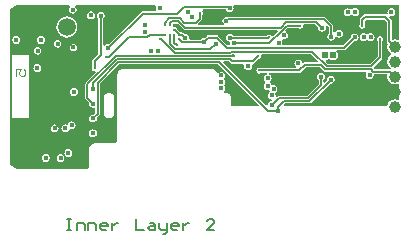
<source format=gbr>
G04 Layer_Physical_Order=5*
G04 Layer_Color=16440176*
%FSLAX45Y45*%
%MOMM*%
%TF.FileFunction,Copper,L5,Inr,Signal*%
%TF.Part,Single*%
%TFFileComment,The blind Vias under BGA and Other Pads are Via-In-Pad (VIP)*%
G01*
G75*
%TA.AperFunction,Conductor*%
%ADD34C,0.12700*%
%ADD36C,0.20000*%
%ADD37C,0.15000*%
%TA.AperFunction,NonConductor*%
%ADD38C,0.10000*%
%ADD39C,0.15000*%
%TA.AperFunction,ViaPad*%
%ADD41C,1.50000*%
%TA.AperFunction,ComponentPad*%
%ADD42C,1.00000*%
%TA.AperFunction,ViaPad*%
%ADD43C,0.61000*%
%ADD44C,0.40100*%
%ADD45C,0.50000*%
%ADD46C,0.45100*%
%ADD47C,0.25000*%
%ADD48C,0.45000*%
G36*
X983875Y-18907D02*
X990176Y-23118D01*
X997609Y-24596D01*
X1779831D01*
X1784691Y-36329D01*
X1744285Y-76735D01*
X1729346Y-73713D01*
X1727157Y-70437D01*
X1718822Y-64867D01*
X1708989Y-62911D01*
X1699157Y-64867D01*
X1690821Y-70437D01*
X1688175Y-74397D01*
X1407215D01*
X1402780Y-67759D01*
X1391947Y-60520D01*
X1379168Y-57979D01*
X1366390Y-60520D01*
X1355557Y-67759D01*
X1348318Y-78592D01*
X1345777Y-91370D01*
X1348318Y-104149D01*
X1355557Y-114981D01*
X1366390Y-122220D01*
X1379044Y-124737D01*
X1377049Y-134768D01*
X1378126Y-140183D01*
X1370411Y-150853D01*
X1358666Y-151706D01*
X1282696Y-75737D01*
X1276395Y-71526D01*
X1268962Y-70048D01*
X1195925D01*
X1195924Y-70048D01*
X1188491Y-71526D01*
X1182189Y-75737D01*
X1182189Y-75737D01*
X1165272Y-92654D01*
X1160331Y-91672D01*
X1147553Y-94213D01*
X1136720Y-101452D01*
X1131578Y-109148D01*
X1042463D01*
X1034115Y-96448D01*
X1035502Y-89471D01*
X1032961Y-76693D01*
X1025722Y-65860D01*
X1014889Y-58621D01*
X1002111Y-56079D01*
X997456Y-57005D01*
X991480Y-51030D01*
X985179Y-46820D01*
X977746Y-45341D01*
X968640D01*
X960461Y-39876D01*
X958610Y-39508D01*
X934735Y-15633D01*
X934367Y-13782D01*
X928797Y-5446D01*
X920461Y124D01*
X910629Y2079D01*
X905226Y1005D01*
X903939Y1662D01*
X895905Y9696D01*
X895248Y10983D01*
X896323Y16386D01*
X906859Y28513D01*
X936455D01*
X983875Y-18907D01*
D02*
G37*
G36*
X2125910Y-285795D02*
X2121050Y-297528D01*
X2018595D01*
X2010714Y-299096D01*
X2005266Y-302736D01*
X2000173Y-301926D01*
X1991417Y-298215D01*
X1990484Y-293525D01*
X1983246Y-282692D01*
X1972413Y-275454D01*
X1959635Y-272912D01*
X1946856Y-275454D01*
X1936023Y-282692D01*
X1928785Y-293525D01*
X1926243Y-306303D01*
X1928785Y-319082D01*
X1936023Y-329915D01*
X1943033Y-334599D01*
X1939180Y-347299D01*
X1643514D01*
X1638812Y-344156D01*
X1628979Y-342200D01*
X1619147Y-344156D01*
X1610811Y-349726D01*
X1605241Y-358062D01*
X1603286Y-367894D01*
X1605241Y-377727D01*
X1610811Y-386062D01*
X1619147Y-391632D01*
X1628979Y-393588D01*
X1638812Y-391632D01*
X1643514Y-388490D01*
X1690277D01*
X1691528Y-401190D01*
X1687531Y-401985D01*
X1676698Y-409223D01*
X1669460Y-420056D01*
X1666918Y-432835D01*
X1669460Y-445613D01*
X1676698Y-456446D01*
X1680042Y-458680D01*
Y-473955D01*
X1676580Y-476268D01*
X1669341Y-487101D01*
X1666800Y-499880D01*
X1669341Y-512658D01*
X1676580Y-523491D01*
X1687413Y-530729D01*
X1700191Y-533271D01*
X1704529Y-532408D01*
X1718356Y-538059D01*
X1718558Y-538334D01*
X1713007Y-552622D01*
X1710005Y-554628D01*
X1702767Y-565461D01*
X1700225Y-578239D01*
X1702767Y-591018D01*
X1710005Y-601850D01*
X1720838Y-609089D01*
X1729066Y-610725D01*
X1735235Y-621247D01*
X1735700Y-624008D01*
X1733836Y-626963D01*
X1732721Y-627488D01*
X1720838Y-629852D01*
X1710005Y-637090D01*
X1702767Y-647923D01*
X1700225Y-660701D01*
X1699025Y-662163D01*
X1684550Y-663766D01*
X1322654Y-301871D01*
X1327514Y-290137D01*
X1370850D01*
X1384114Y-303402D01*
X1384115Y-303402D01*
X1390416Y-307613D01*
X1397849Y-309091D01*
X1494572D01*
X1502081Y-321792D01*
X1500338Y-330556D01*
X1502879Y-343335D01*
X1510118Y-354167D01*
X1520951Y-361406D01*
X1533729Y-363948D01*
X1546508Y-361406D01*
X1557341Y-354167D01*
X1564579Y-343335D01*
X1567121Y-330556D01*
X1565377Y-321792D01*
X1572887Y-309091D01*
X1575125D01*
X1582558Y-307613D01*
X1588859Y-303402D01*
X1621798Y-270464D01*
X1629415Y-268949D01*
X1637750Y-263379D01*
X1643320Y-255044D01*
X1645276Y-245211D01*
X1644395Y-240784D01*
X1652558Y-228084D01*
X2068199D01*
X2125910Y-285795D01*
D02*
G37*
G36*
X2172407Y-371498D02*
X2179089Y-375962D01*
X2186971Y-377530D01*
X2528414D01*
X2535202Y-390230D01*
X2532997Y-393530D01*
X2530455Y-406309D01*
X2532997Y-419087D01*
X2540236Y-429920D01*
X2551069Y-437158D01*
X2563847Y-439700D01*
X2576626Y-437158D01*
X2587458Y-429920D01*
X2594697Y-419087D01*
X2597239Y-406309D01*
X2603708Y-398426D01*
X2706146D01*
X2714203Y-408243D01*
X2711636Y-421145D01*
X2716503Y-445609D01*
X2730361Y-466349D01*
X2751100Y-480207D01*
X2775565Y-485073D01*
X2800029Y-480207D01*
X2802564Y-478513D01*
X2813765Y-484500D01*
Y-611790D01*
X2802564Y-617777D01*
X2800029Y-616083D01*
X2775565Y-611217D01*
X2751100Y-616083D01*
X2730361Y-629941D01*
X2716503Y-650681D01*
X2712702Y-669789D01*
X1839717D01*
X1834857Y-658056D01*
X1846121Y-646792D01*
X2052821D01*
X2060254Y-645313D01*
X2066556Y-641103D01*
X2229450Y-478209D01*
X2234390Y-479192D01*
X2247168Y-476650D01*
X2258001Y-469411D01*
X2265240Y-458578D01*
X2267782Y-445800D01*
X2265240Y-433021D01*
X2258001Y-422189D01*
X2247168Y-414950D01*
X2234390Y-412408D01*
X2221612Y-414950D01*
X2210779Y-422189D01*
X2203540Y-433021D01*
X2200998Y-445800D01*
X2201981Y-450740D01*
X2181333Y-471388D01*
X2169600Y-466528D01*
Y-446464D01*
X2173788Y-443665D01*
X2181026Y-432833D01*
X2183568Y-420054D01*
X2181026Y-407276D01*
X2173788Y-396443D01*
X2162955Y-389204D01*
X2150177Y-386662D01*
X2137398Y-389204D01*
X2126565Y-396443D01*
X2119327Y-407276D01*
X2116785Y-420054D01*
X2119327Y-432833D01*
X2126565Y-443665D01*
X2130753Y-446464D01*
Y-486047D01*
X2034255Y-582545D01*
X1792350D01*
X1784917Y-584024D01*
X1778615Y-588234D01*
X1777808Y-589041D01*
X1766104Y-582785D01*
X1767008Y-578239D01*
X1764466Y-565461D01*
X1770083Y-551007D01*
X1773084Y-549001D01*
X1780323Y-538168D01*
X1782865Y-525389D01*
X1780323Y-512611D01*
X1773084Y-501778D01*
X1762251Y-494540D01*
X1749473Y-491998D01*
X1745135Y-492861D01*
X1731308Y-487210D01*
X1729166Y-484295D01*
X1723802Y-476268D01*
X1720459Y-474034D01*
Y-458760D01*
X1723921Y-456446D01*
X1731160Y-445613D01*
X1733701Y-432835D01*
X1731160Y-420056D01*
X1723921Y-409223D01*
X1713088Y-401985D01*
X1709092Y-401190D01*
X1710343Y-388490D01*
X1968825D01*
X1976707Y-386922D01*
X1983388Y-382457D01*
X2027126Y-338719D01*
X2139629D01*
X2172407Y-371498D01*
D02*
G37*
G36*
X2813765Y-103790D02*
X2802565Y-109777D01*
X2800029Y-108083D01*
X2775565Y-103217D01*
X2762651Y-105785D01*
X2752834Y-97728D01*
Y51586D01*
X2751072Y60443D01*
X2746055Y67952D01*
X2729149Y84858D01*
X2729192Y84961D01*
X2736636Y95332D01*
X2746519Y93366D01*
X2759297Y95908D01*
X2770130Y103146D01*
X2777368Y113979D01*
X2779910Y126757D01*
X2777368Y139536D01*
X2770130Y150369D01*
X2759297Y157607D01*
X2746519Y160149D01*
X2733740Y157607D01*
X2722907Y150369D01*
X2715669Y139536D01*
X2713127Y126757D01*
X2715410Y115280D01*
X2712611Y111909D01*
X2705151Y106860D01*
X2703656Y107859D01*
X2694799Y109621D01*
X2525059D01*
X2516202Y107859D01*
X2508693Y102842D01*
X2485103Y79252D01*
X2480086Y71744D01*
X2478324Y62886D01*
Y22556D01*
X2477731Y21668D01*
X2475776Y11836D01*
X2477731Y2003D01*
X2483301Y-6332D01*
X2491637Y-11902D01*
X2501469Y-13858D01*
X2511302Y-11902D01*
X2519637Y-6332D01*
X2525207Y2003D01*
X2527163Y11836D01*
X2525207Y21668D01*
X2524614Y22556D01*
Y53300D01*
X2534646Y63332D01*
X2685212D01*
X2706544Y41999D01*
Y-121269D01*
X2708306Y-130126D01*
X2713323Y-137635D01*
X2717250Y-141562D01*
X2716503Y-142681D01*
X2711636Y-167145D01*
X2716503Y-191609D01*
X2730361Y-212349D01*
X2747182Y-223589D01*
X2747540Y-224637D01*
Y-236653D01*
X2747182Y-237701D01*
X2730361Y-248941D01*
X2716503Y-269681D01*
X2711636Y-294145D01*
X2716503Y-318609D01*
X2730361Y-339349D01*
X2740079Y-345843D01*
X2735124Y-357806D01*
X2732250Y-357234D01*
X2608671D01*
X2597791Y-345816D01*
X2598301Y-336689D01*
X2663794Y-271197D01*
X2668004Y-264895D01*
X2669482Y-257462D01*
Y-120024D01*
X2673797Y-113567D01*
X2675753Y-103734D01*
X2673797Y-93902D01*
X2668227Y-85566D01*
X2659892Y-79996D01*
X2650059Y-78040D01*
X2640227Y-79996D01*
X2631891Y-85566D01*
X2626321Y-93902D01*
X2624366Y-103734D01*
X2626321Y-113567D01*
X2630636Y-120024D01*
Y-249417D01*
X2569835Y-310218D01*
X2539004D01*
X2539003Y-310218D01*
X2535267Y-310961D01*
X2206013D01*
X2190169Y-295117D01*
X2194349Y-281336D01*
X2202106Y-279793D01*
X2216395Y-270245D01*
X2222055D01*
X2236344Y-279793D01*
X2253200Y-283146D01*
X2270056Y-279793D01*
X2284345Y-270245D01*
X2293893Y-255956D01*
X2297246Y-239100D01*
X2293893Y-222244D01*
X2284345Y-207955D01*
X2281406Y-205991D01*
X2285259Y-193291D01*
X2347605D01*
X2355038Y-191812D01*
X2361339Y-187602D01*
X2430489Y-118452D01*
X2435429Y-119435D01*
X2448208Y-116893D01*
X2459041Y-109655D01*
X2466279Y-98822D01*
X2468821Y-86044D01*
X2466279Y-73265D01*
X2459041Y-62432D01*
X2448208Y-55194D01*
X2435429Y-52652D01*
X2422651Y-55194D01*
X2411818Y-62432D01*
X2404579Y-73265D01*
X2402038Y-86044D01*
X2403020Y-90984D01*
X2339559Y-154445D01*
X1829466D01*
X1822785Y-141744D01*
X1824879Y-131216D01*
X1822337Y-118438D01*
X1818667Y-112946D01*
X1819792Y-110636D01*
X1827064Y-102653D01*
X1836756Y-104580D01*
X1849534Y-102039D01*
X1860367Y-94800D01*
X1867605Y-83967D01*
X1870147Y-71189D01*
X1867605Y-58410D01*
X1860367Y-47578D01*
X1852525Y-42337D01*
X1848693Y-28208D01*
X1869315Y-7587D01*
X1957627D01*
X1964084Y-11902D01*
X1973917Y-13858D01*
X1983749Y-11902D01*
X1992085Y-6332D01*
X1997655Y2003D01*
X1999610Y11836D01*
X2010147Y23963D01*
X2102586D01*
X2128043Y-1494D01*
X2127060Y-6434D01*
X2129602Y-19213D01*
X2136840Y-30045D01*
X2147673Y-37284D01*
X2160452Y-39826D01*
X2173230Y-37284D01*
X2184063Y-30045D01*
X2191301Y-19213D01*
X2193843Y-6434D01*
X2191301Y6344D01*
X2201321Y14209D01*
X2217886Y-2356D01*
Y-55475D01*
X2213698Y-58273D01*
X2206459Y-69106D01*
X2203918Y-81885D01*
X2206459Y-94663D01*
X2213698Y-105496D01*
X2224531Y-112734D01*
X2237309Y-115276D01*
X2250088Y-112734D01*
X2260921Y-105496D01*
X2268159Y-94663D01*
X2269570Y-87570D01*
X2272161Y-85705D01*
X2282738Y-82257D01*
X2290571Y-87491D01*
X2303349Y-90033D01*
X2316128Y-87491D01*
X2326961Y-80252D01*
X2334199Y-69419D01*
X2336741Y-56641D01*
X2334199Y-43862D01*
X2326961Y-33030D01*
X2316128Y-25791D01*
X2303349Y-23249D01*
X2290571Y-25791D01*
X2279738Y-33030D01*
X2274295Y-41174D01*
X2263499Y-44867D01*
X2259256Y-45341D01*
X2256732Y-43298D01*
Y5689D01*
X2255254Y13122D01*
X2251044Y19423D01*
X2251043Y19424D01*
X2187946Y82520D01*
X2181645Y86731D01*
X2174212Y88209D01*
X1366559D01*
X1359126Y86731D01*
X1355980Y84628D01*
X1350166Y85785D01*
X1337388Y83243D01*
X1326555Y76004D01*
X1319317Y65172D01*
X1316775Y52393D01*
X1319317Y39615D01*
X1326555Y28782D01*
X1329296Y26950D01*
X1325443Y14250D01*
X1115923D01*
X1110662Y26950D01*
X1139362Y55651D01*
X1139363Y55651D01*
X1143574Y61953D01*
X1145052Y69386D01*
X1145052Y69387D01*
Y105096D01*
X1149367Y111553D01*
X1151323Y121386D01*
X1149367Y131218D01*
X1146013Y136237D01*
X1150226Y147247D01*
X1151639Y148937D01*
X1346035D01*
X1346422Y146991D01*
X1353660Y136158D01*
X1364493Y128920D01*
X1377272Y126378D01*
X1390050Y128920D01*
X1400883Y136158D01*
X1408121Y146991D01*
X1410663Y159770D01*
X1408417Y171065D01*
X1409272Y174206D01*
X1415901Y183765D01*
X2813765D01*
X2813765Y-103790D01*
D02*
G37*
G36*
X752184Y176167D02*
X754234Y171065D01*
X752055Y160111D01*
X754597Y147332D01*
X755583Y145856D01*
X748795Y133156D01*
X641805D01*
X641804Y133156D01*
X633922Y131589D01*
X627240Y127124D01*
X627240Y127123D01*
X356270Y-143847D01*
X350629Y-142725D01*
X336895Y-145457D01*
X325251Y-153236D01*
X320785Y-159921D01*
X308085Y-156069D01*
Y72415D01*
X310141Y73789D01*
X317380Y84622D01*
X319922Y97400D01*
X317380Y110179D01*
X310141Y121011D01*
X299309Y128250D01*
X286530Y130792D01*
X273752Y128250D01*
X262919Y121011D01*
X255680Y110179D01*
X253138Y97400D01*
X255680Y84622D01*
X261795Y75470D01*
Y-204594D01*
X262256Y-206909D01*
Y-226179D01*
X218393Y-270041D01*
X213376Y-277550D01*
X211614Y-286407D01*
Y-336794D01*
X211021Y-337682D01*
X209065Y-347514D01*
X211021Y-357347D01*
X216591Y-365682D01*
X224926Y-371252D01*
X234759Y-373208D01*
X240331Y-372099D01*
X246588Y-383804D01*
X157699Y-472693D01*
X153488Y-478994D01*
X152010Y-486427D01*
Y-599418D01*
X153488Y-606851D01*
X157699Y-613152D01*
X188220Y-643674D01*
X187237Y-648614D01*
X189779Y-661393D01*
X197018Y-672225D01*
X207850Y-679464D01*
X220629Y-682006D01*
X227606Y-680618D01*
X240306Y-688966D01*
Y-726469D01*
X225569Y-741205D01*
X220629Y-740223D01*
X207850Y-742764D01*
X197018Y-750003D01*
X189779Y-760836D01*
X187237Y-773614D01*
X189779Y-786393D01*
X197018Y-797225D01*
X207850Y-804464D01*
X220629Y-807006D01*
X233407Y-804464D01*
X244240Y-797225D01*
X251479Y-786393D01*
X254021Y-773614D01*
X253038Y-768674D01*
X273463Y-748248D01*
X277674Y-741947D01*
X279152Y-734514D01*
X279152Y-734513D01*
Y-478018D01*
X441633Y-315537D01*
X1281384D01*
X1623902Y-658056D01*
X1619042Y-669789D01*
X1388965D01*
Y-598610D01*
X1388426Y-597309D01*
X1388701Y-595928D01*
X1386372Y-584222D01*
X1384853Y-581949D01*
X1384320Y-579267D01*
X1377689Y-569344D01*
X1375416Y-567825D01*
X1373896Y-565551D01*
X1363973Y-558920D01*
X1361291Y-558387D01*
X1359018Y-556868D01*
X1347313Y-554540D01*
X1344631Y-555073D01*
X1341949Y-554540D01*
X1333927Y-556135D01*
X1328971Y-544172D01*
X1332323Y-541933D01*
X1339561Y-531100D01*
X1342103Y-518322D01*
X1339561Y-505543D01*
X1335734Y-499816D01*
X1333359Y-490766D01*
X1335734Y-481715D01*
X1339561Y-475988D01*
X1342103Y-463210D01*
X1339561Y-450431D01*
X1332323Y-439599D01*
Y-433610D01*
X1339561Y-422777D01*
X1342103Y-409999D01*
X1339561Y-397220D01*
X1332323Y-386387D01*
X1321490Y-379149D01*
X1308711Y-376607D01*
X1295933Y-379149D01*
X1285100Y-386387D01*
X1284709Y-386973D01*
X1278265Y-387122D01*
X1270141Y-385915D01*
X1270101Y-385871D01*
X1269784Y-384006D01*
X1265020Y-376423D01*
X1263477Y-375328D01*
X1262753Y-373580D01*
X1256419Y-367247D01*
X1254671Y-366523D01*
X1253576Y-364979D01*
X1245991Y-360214D01*
X1244127Y-359898D01*
X1242718Y-358638D01*
X1234264Y-355679D01*
X1232375Y-355785D01*
X1230720Y-354870D01*
X1221819Y-353866D01*
X1220892Y-354134D01*
X1220000Y-353764D01*
X479999D01*
X479107Y-354134D01*
X478179Y-353866D01*
X469279Y-354870D01*
X467625Y-355785D01*
X465737Y-355679D01*
X457282Y-358638D01*
X455871Y-359898D01*
X454006Y-360215D01*
X446423Y-364980D01*
X445328Y-366523D01*
X443581Y-367247D01*
X437247Y-373580D01*
X436523Y-375327D01*
X434981Y-376421D01*
X430215Y-384005D01*
X429898Y-385870D01*
X428637Y-387281D01*
X425678Y-395736D01*
X425785Y-397625D01*
X424869Y-399281D01*
X423867Y-408181D01*
X424134Y-409108D01*
X423764Y-409999D01*
Y-959089D01*
X423068Y-965265D01*
X421318Y-970267D01*
X418500Y-974753D01*
X414753Y-978499D01*
X410266Y-981318D01*
X405264Y-983069D01*
X399088Y-983765D01*
X240000D01*
X239110Y-984134D01*
X238184Y-983867D01*
X229283Y-984869D01*
X227626Y-985785D01*
X225735Y-985678D01*
X217282Y-988637D01*
X215872Y-989897D01*
X214007Y-990214D01*
X206423Y-994979D01*
X205328Y-996522D01*
X203580Y-997246D01*
X197246Y-1003579D01*
X196522Y-1005328D01*
X194979Y-1006424D01*
X190214Y-1014009D01*
X189897Y-1015873D01*
X188637Y-1017283D01*
X185679Y-1025737D01*
X185785Y-1027626D01*
X184870Y-1029282D01*
X183867Y-1038182D01*
X184134Y-1039109D01*
X183765Y-1040000D01*
Y-1179088D01*
X183069Y-1185265D01*
X181319Y-1190265D01*
X178499Y-1194753D01*
X174752Y-1198500D01*
X170266Y-1201319D01*
X165264Y-1203069D01*
X159088Y-1203766D01*
X-425650D01*
X-483766Y-1170211D01*
X-483765Y150212D01*
X-425650Y183765D01*
X20652D01*
X24838Y171287D01*
X17599Y160454D01*
X15057Y147676D01*
X17599Y134897D01*
X24838Y124065D01*
X35670Y116826D01*
X48449Y114284D01*
X61227Y116826D01*
X72060Y124065D01*
X79299Y134897D01*
X81841Y147676D01*
X79299Y160454D01*
X72060Y171287D01*
X76246Y183765D01*
X746590D01*
X752184Y176167D01*
D02*
G37*
%LPC*%
G36*
X2571885Y-51661D02*
X2559106Y-54203D01*
X2548274Y-61442D01*
X2534690Y-58911D01*
X2527854Y-54343D01*
X2515076Y-51801D01*
X2502297Y-54343D01*
X2491464Y-61582D01*
X2484226Y-72414D01*
X2481684Y-85193D01*
X2484226Y-97971D01*
X2491464Y-108804D01*
X2502297Y-116043D01*
X2515076Y-118584D01*
X2527854Y-116043D01*
X2538687Y-108804D01*
X2552270Y-111335D01*
X2559106Y-115903D01*
X2571885Y-118445D01*
X2584663Y-115903D01*
X2595496Y-108664D01*
X2602735Y-97831D01*
X2605276Y-85053D01*
X2602735Y-72274D01*
X2595496Y-61442D01*
X2584663Y-54203D01*
X2571885Y-51661D01*
D02*
G37*
G36*
X2441263Y160147D02*
X2428484Y157605D01*
X2417651Y150367D01*
X2416865Y149190D01*
X2401762Y148933D01*
X2390930Y156171D01*
X2378151Y158713D01*
X2365373Y156171D01*
X2354540Y148933D01*
X2347301Y138100D01*
X2344760Y125321D01*
X2347301Y112543D01*
X2354540Y101710D01*
X2365373Y94471D01*
X2378151Y91930D01*
X2390930Y94471D01*
X2401763Y101710D01*
X2402549Y102887D01*
X2417652Y103144D01*
X2428484Y95906D01*
X2441263Y93364D01*
X2454041Y95906D01*
X2464874Y103144D01*
X2472112Y113977D01*
X2474654Y126756D01*
X2472112Y139534D01*
X2464874Y150367D01*
X2454041Y157605D01*
X2441263Y160147D01*
D02*
G37*
G36*
X-333100Y-234235D02*
X-452196D01*
X-461916Y-238261D01*
X-465942Y-247982D01*
Y-758800D01*
X-461916Y-768520D01*
X-452196Y-772546D01*
X-333100D01*
X-323380Y-768520D01*
X-319354Y-758800D01*
Y-247982D01*
X-323380Y-238261D01*
X-333100Y-234235D01*
D02*
G37*
G36*
X58299Y-512815D02*
X44565Y-515547D01*
X32921Y-523327D01*
X25141Y-534970D01*
X22409Y-548704D01*
X25141Y-562439D01*
X32921Y-574082D01*
X44565Y-581862D01*
X58299Y-584594D01*
X72033Y-581862D01*
X83676Y-574082D01*
X91456Y-562439D01*
X94188Y-548704D01*
X91456Y-534970D01*
X83676Y-523327D01*
X72033Y-515547D01*
X58299Y-512815D01*
D02*
G37*
G36*
X-54176Y-1076249D02*
X-66954Y-1078791D01*
X-77787Y-1086029D01*
X-85026Y-1096862D01*
X-87568Y-1109640D01*
X-85026Y-1122419D01*
X-77787Y-1133252D01*
X-66954Y-1140490D01*
X-54176Y-1143032D01*
X-41397Y-1140490D01*
X-30565Y-1133252D01*
X-23326Y-1122419D01*
X-20784Y-1109640D01*
X-23326Y-1096862D01*
X-30565Y-1086029D01*
X-41397Y-1078791D01*
X-54176Y-1076249D01*
D02*
G37*
G36*
X359312Y-554540D02*
X356630Y-555073D01*
X353948Y-554540D01*
X342243Y-556868D01*
X339970Y-558387D01*
X337288Y-558920D01*
X327365Y-565551D01*
X325846Y-567824D01*
X323572Y-569344D01*
X316941Y-579267D01*
X316408Y-581949D01*
X314889Y-584222D01*
X312560Y-595928D01*
X312835Y-597309D01*
X312296Y-598610D01*
Y-728609D01*
X312835Y-729910D01*
X312560Y-731291D01*
X314889Y-742997D01*
X316408Y-745270D01*
X316941Y-747952D01*
X323572Y-757875D01*
X325845Y-759394D01*
X327365Y-761668D01*
X337288Y-768299D01*
X339970Y-768832D01*
X342243Y-770351D01*
X353948Y-772679D01*
X356630Y-772146D01*
X359312Y-772679D01*
X371018Y-770351D01*
X373291Y-768832D01*
X375973Y-768299D01*
X385896Y-761668D01*
X387415Y-759395D01*
X389689Y-757875D01*
X396320Y-747952D01*
X396853Y-745270D01*
X398372Y-742997D01*
X400700Y-731291D01*
X400426Y-729910D01*
X400965Y-728609D01*
Y-598610D01*
X400426Y-597309D01*
X400700Y-595928D01*
X398372Y-584222D01*
X396853Y-581949D01*
X396320Y-579267D01*
X389689Y-569344D01*
X387416Y-567825D01*
X385896Y-565551D01*
X375973Y-558920D01*
X373291Y-558387D01*
X371018Y-556868D01*
X359312Y-554540D01*
D02*
G37*
G36*
X11532Y-1033706D02*
X-1247Y-1036248D01*
X-12080Y-1043486D01*
X-19318Y-1054319D01*
X-21860Y-1067098D01*
X-19318Y-1079876D01*
X-12080Y-1090709D01*
X-1247Y-1097948D01*
X11532Y-1100489D01*
X24310Y-1097948D01*
X35143Y-1090709D01*
X42381Y-1079876D01*
X44923Y-1067098D01*
X42381Y-1054319D01*
X35143Y-1043486D01*
X24310Y-1036248D01*
X11532Y-1033706D01*
D02*
G37*
G36*
X-179371Y-1075223D02*
X-192149Y-1077764D01*
X-202982Y-1085003D01*
X-210221Y-1095836D01*
X-212763Y-1108614D01*
X-210221Y-1121393D01*
X-202982Y-1132226D01*
X-192149Y-1139464D01*
X-179371Y-1142006D01*
X-166593Y-1139464D01*
X-155760Y-1132226D01*
X-148521Y-1121393D01*
X-145979Y-1108614D01*
X-148521Y-1095836D01*
X-155760Y-1085003D01*
X-166593Y-1077764D01*
X-179371Y-1075223D01*
D02*
G37*
G36*
X220629Y-865223D02*
X207850Y-867764D01*
X197018Y-875003D01*
X189779Y-885836D01*
X187237Y-898614D01*
X189779Y-911393D01*
X197018Y-922225D01*
X207850Y-929464D01*
X220629Y-932006D01*
X233407Y-929464D01*
X244240Y-922225D01*
X251479Y-911393D01*
X254021Y-898614D01*
X251479Y-885836D01*
X244240Y-875003D01*
X233407Y-867764D01*
X220629Y-865223D01*
D02*
G37*
G36*
X39884Y-797470D02*
X27105Y-800012D01*
X16272Y-807250D01*
X9034Y-818083D01*
X8882Y-818845D01*
X-2102Y-826780D01*
X-14880Y-824239D01*
X-27659Y-826780D01*
X-38491Y-834019D01*
X-45730Y-844852D01*
X-48272Y-857630D01*
X-45730Y-870409D01*
X-38491Y-881242D01*
X-27659Y-888480D01*
X-14880Y-891022D01*
X-2102Y-888480D01*
X8731Y-881242D01*
X15970Y-870409D01*
X16121Y-869646D01*
X27105Y-861711D01*
X39884Y-864253D01*
X52662Y-861711D01*
X63495Y-854473D01*
X70733Y-843640D01*
X73275Y-830861D01*
X70733Y-818083D01*
X63495Y-807250D01*
X52662Y-800012D01*
X39884Y-797470D01*
D02*
G37*
G36*
X-103550Y-824402D02*
X-116328Y-826943D01*
X-127161Y-834182D01*
X-134400Y-845015D01*
X-136942Y-857793D01*
X-134400Y-870572D01*
X-127161Y-881405D01*
X-116328Y-888643D01*
X-103550Y-891185D01*
X-90771Y-888643D01*
X-79939Y-881405D01*
X-72700Y-870572D01*
X-70158Y-857793D01*
X-72700Y-845015D01*
X-79939Y-834182D01*
X-90771Y-826943D01*
X-103550Y-824402D01*
D02*
G37*
G36*
X-219371Y-75223D02*
X-232150Y-77764D01*
X-242982Y-85003D01*
X-250221Y-95836D01*
X-252763Y-108614D01*
X-250221Y-121393D01*
X-242982Y-132226D01*
X-232150Y-139464D01*
X-219371Y-142006D01*
X-206593Y-139464D01*
X-195760Y-132226D01*
X-188521Y-121393D01*
X-185980Y-108614D01*
X-188521Y-95836D01*
X-195760Y-85003D01*
X-206593Y-77764D01*
X-219371Y-75223D01*
D02*
G37*
G36*
X203829Y131687D02*
X191050Y129146D01*
X180218Y121907D01*
X172979Y111074D01*
X170437Y98296D01*
X172979Y85517D01*
X180218Y74684D01*
X191050Y67446D01*
X203829Y64904D01*
X216607Y67446D01*
X227440Y74684D01*
X234679Y85517D01*
X237221Y98296D01*
X234679Y111074D01*
X227440Y121907D01*
X216607Y129146D01*
X203829Y131687D01*
D02*
G37*
G36*
X0Y89394D02*
X-877Y89031D01*
X-1794Y89276D01*
X-21373Y86699D01*
X-22982Y85770D01*
X-24840D01*
X-43084Y78212D01*
X-44398Y76899D01*
X-46192Y76418D01*
X-61859Y64396D01*
X-62788Y62788D01*
X-64396Y61859D01*
X-76418Y46192D01*
X-76899Y44398D01*
X-78212Y43084D01*
X-85770Y24840D01*
Y22982D01*
X-86699Y21373D01*
X-89276Y1794D01*
X-88795Y0D01*
X-89276Y-1794D01*
X-86699Y-21373D01*
X-85770Y-22982D01*
Y-24840D01*
X-78212Y-43084D01*
X-76899Y-44398D01*
X-76418Y-46192D01*
X-64396Y-61859D01*
X-62788Y-62788D01*
X-61859Y-64396D01*
X-46192Y-76418D01*
X-44398Y-76899D01*
X-43084Y-78212D01*
X-24840Y-85770D01*
X-22982D01*
X-21373Y-86699D01*
X-1794Y-89276D01*
X-877Y-89031D01*
X0Y-89394D01*
X877Y-89031D01*
X1794Y-89276D01*
X21373Y-86699D01*
X22982Y-85770D01*
X24840D01*
X43084Y-78212D01*
X44398Y-76899D01*
X46192Y-76418D01*
X61859Y-64396D01*
X62788Y-62788D01*
X64396Y-61859D01*
X76418Y-46192D01*
X76899Y-44398D01*
X78212Y-43084D01*
X85770Y-24840D01*
Y-22982D01*
X86699Y-21373D01*
X89276Y-1794D01*
X88795Y0D01*
X89276Y1794D01*
X86699Y21373D01*
X85770Y22982D01*
Y24840D01*
X78212Y43084D01*
X76899Y44398D01*
X76418Y46192D01*
X64396Y61859D01*
X62788Y62788D01*
X61859Y64396D01*
X46192Y76418D01*
X44398Y76899D01*
X43084Y78212D01*
X24840Y85770D01*
X22982D01*
X21373Y86699D01*
X1794Y89276D01*
X877Y89031D01*
X0Y89394D01*
D02*
G37*
G36*
X-248906Y-167192D02*
X-261684Y-169734D01*
X-272517Y-176973D01*
X-279756Y-187806D01*
X-282297Y-200584D01*
X-279756Y-213363D01*
X-272517Y-224195D01*
X-261684Y-231434D01*
X-248906Y-233976D01*
X-236127Y-231434D01*
X-225294Y-224195D01*
X-218056Y-213363D01*
X-215514Y-200584D01*
X-218056Y-187806D01*
X-225294Y-176973D01*
X-236127Y-169734D01*
X-248906Y-167192D01*
D02*
G37*
G36*
X-251456Y-313723D02*
X-264234Y-316264D01*
X-275067Y-323503D01*
X-282306Y-334336D01*
X-284848Y-347114D01*
X-282306Y-359893D01*
X-275067Y-370725D01*
X-264234Y-377964D01*
X-251456Y-380506D01*
X-238677Y-377964D01*
X-227845Y-370725D01*
X-220606Y-359893D01*
X-218064Y-347114D01*
X-220606Y-334336D01*
X-227845Y-323503D01*
X-238677Y-316264D01*
X-251456Y-313723D01*
D02*
G37*
G36*
X55657Y-139758D02*
X42879Y-142300D01*
X32046Y-149538D01*
X24807Y-160371D01*
X22265Y-173150D01*
X24807Y-185928D01*
X32046Y-196761D01*
X42879Y-204000D01*
X55657Y-206541D01*
X68435Y-204000D01*
X79268Y-196761D01*
X86507Y-185928D01*
X89049Y-173150D01*
X86507Y-160371D01*
X79268Y-149538D01*
X68435Y-142300D01*
X55657Y-139758D01*
D02*
G37*
G36*
X-429371Y-75223D02*
X-442149Y-77764D01*
X-452982Y-85003D01*
X-460221Y-95836D01*
X-462763Y-108614D01*
X-460221Y-121393D01*
X-452982Y-132226D01*
X-442149Y-139464D01*
X-429371Y-142006D01*
X-416593Y-139464D01*
X-405760Y-132226D01*
X-398521Y-121393D01*
X-395979Y-108614D01*
X-398521Y-95836D01*
X-405760Y-85003D01*
X-416593Y-77764D01*
X-429371Y-75223D01*
D02*
G37*
G36*
X-79588Y-108757D02*
X-92367Y-111299D01*
X-103200Y-118537D01*
X-110438Y-129370D01*
X-112980Y-142149D01*
X-110438Y-154927D01*
X-103200Y-165760D01*
X-92367Y-172999D01*
X-79588Y-175540D01*
X-66810Y-172999D01*
X-55977Y-165760D01*
X-48739Y-154927D01*
X-46197Y-142149D01*
X-48739Y-129370D01*
X-55977Y-118537D01*
X-66810Y-111299D01*
X-79588Y-108757D01*
D02*
G37*
%LPD*%
D34*
X1376719Y-93820D02*
X1703775D01*
X727710Y-244550D02*
X1411330D01*
X1289429Y-296114D02*
X1702924Y-709609D01*
X433588Y-296114D02*
X1289429D01*
X1702924Y-709609D02*
X1787683D01*
X2347605Y-173868D02*
X2435429Y-86044D01*
X1215413Y-187150D02*
X1260200Y-142363D01*
X941233Y-187150D02*
X1215413D01*
X911171Y-219150D02*
X1383433D01*
X1376719Y-93820D02*
X1379168Y-91370D01*
X1410440Y-134768D02*
X1713721D01*
X1817916Y-30573D01*
X1366559Y68786D02*
X2174212D01*
X1350166Y52393D02*
X1366559Y68786D01*
X1856898Y43386D02*
X2110632D01*
X1808339Y-5173D02*
X1856898Y43386D01*
X2110632D02*
X2160452Y-6434D01*
X997609Y-5173D02*
X1808339D01*
X1703775Y-93820D02*
X1708989Y-88605D01*
X1817916Y-30573D02*
X1818860D01*
X1861269Y11836D02*
X1973917D01*
X1818860Y-30573D02*
X1861269Y11836D01*
X1406991Y-240211D02*
X1411330Y-244550D01*
X1575125Y-289668D02*
X1619582Y-245211D01*
X217833Y-475948D02*
X423067Y-270714D01*
X2076244Y-208661D02*
X2197968Y-330384D01*
X1393923Y-208661D02*
X2076244D01*
X1383433Y-219150D02*
X1393923Y-208661D01*
X795635Y-103614D02*
X911171Y-219150D01*
X727564Y-244404D02*
X727710Y-244550D01*
X355938Y-253822D02*
X525166Y-84594D01*
X413456Y-244404D02*
X727564D01*
X2237309Y-81885D02*
Y5689D01*
X2174212Y68786D02*
X2237309Y5689D01*
X944500Y47936D02*
X997609Y-5173D01*
X2150177Y-494092D02*
Y-420054D01*
X1792350Y-601969D02*
X2042300D01*
X1733617Y-660702D02*
X1792350Y-601969D01*
X1787683Y-709609D02*
X1790039Y-707254D01*
Y-675405D02*
X1838076Y-627369D01*
X2052821D01*
X1790039Y-707254D02*
Y-675405D01*
X2042300Y-601969D02*
X2150177Y-494092D01*
X2052821Y-627369D02*
X2234390Y-445800D01*
X975586Y-128571D02*
X1156824D01*
X950629Y-103614D02*
X975586Y-128571D01*
X1156824D02*
X1160331Y-125063D01*
X171433Y-486427D02*
X413456Y-244404D01*
X2650059Y-257462D02*
Y-103734D01*
X830629Y16386D02*
Y37573D01*
X870029Y-64214D02*
X870629Y-63614D01*
X355936Y-253821D02*
X355938Y-253822D01*
X327449Y-253821D02*
X355936D01*
X171433Y-599418D02*
X220629Y-648614D01*
X171433Y-599418D02*
Y-486427D01*
X910629Y-138069D02*
X928162Y-155602D01*
X525166Y-84594D02*
X682178D01*
X703158Y-63614D01*
X1049255Y-42229D02*
X1053390Y-46364D01*
X915094Y-187153D02*
X941231D01*
X941233Y-187150D01*
X870029Y-142087D02*
X915094Y-187153D01*
X790629Y-103614D02*
X795635D01*
X950629Y-63614D02*
Y-58995D01*
Y-63614D02*
X951779Y-64764D01*
X977746D01*
X1002111Y-89129D01*
X911629Y15386D02*
X941129D01*
X998744Y-42229D01*
X1049255D01*
X910629Y-23614D02*
X915248D01*
X703158Y-63614D02*
X830629D01*
X870029Y-142087D02*
Y-64214D01*
X910629Y-138069D02*
Y-63614D01*
X915248Y-23614D02*
X950629Y-58995D01*
X910629Y16386D02*
X911629Y15386D01*
X887237Y47936D02*
X944500D01*
X870629Y31328D02*
X887237Y47936D01*
X870629Y16386D02*
Y31328D01*
X830629Y37573D02*
X866392Y73336D01*
X955021D01*
X994088Y34269D01*
X1090512D01*
X1125629Y69386D01*
Y121386D01*
X217833Y-520818D02*
Y-475948D01*
X259729Y-734514D02*
Y-469973D01*
X220629Y-773614D02*
X259729Y-734514D01*
Y-469973D02*
X433588Y-296114D01*
X2197968Y-330384D02*
X2538260D01*
X2539003Y-329641D01*
X2577880D01*
X2650059Y-257462D01*
X1353359Y-173868D02*
X2347605D01*
X1160331Y-125063D02*
X1195924Y-89471D01*
X1268962D01*
X1353359Y-173868D01*
X423067Y-270714D02*
X1378895D01*
X1397849Y-289668D01*
X1575125D01*
D36*
X2501469Y62886D02*
X2525059Y86476D01*
X2501469Y11836D02*
Y62886D01*
X2775565Y-421145D02*
Y-396958D01*
X2694799Y86476D02*
X2729689Y51586D01*
Y-121269D02*
Y51586D01*
X2525059Y86476D02*
X2694799D01*
X2729689Y-121269D02*
X2775565Y-167145D01*
X234759Y-347514D02*
Y-286407D01*
X284940Y95810D02*
X286530Y97400D01*
X284940Y-204594D02*
Y95810D01*
Y-204594D02*
X285400Y-205054D01*
Y-235766D02*
Y-205054D01*
X234759Y-286407D02*
X285400Y-235766D01*
D37*
X935766Y112561D02*
X992738Y169533D01*
X641804Y112561D02*
X935766D01*
X992738Y169533D02*
X1367508D01*
X1377272Y159770D01*
X350629Y-178614D02*
X641804Y112561D01*
X1628979Y-367894D02*
X1968825D01*
X2018595Y-318124D01*
X2148160D01*
X2186971Y-356935D01*
X2571459D01*
X2592355Y-377830D01*
X2732250D01*
X2775565Y-421145D01*
D38*
X-432269Y-411298D02*
Y-357982D01*
X-392282D01*
X-405611Y-384640D01*
Y-397969D01*
X-392282Y-411298D01*
X-365624D01*
X-352295Y-397969D01*
Y-371311D01*
X-365624Y-357982D01*
D39*
X-569Y-1622042D02*
X32753D01*
X16092D01*
Y-1722010D01*
X-569D01*
X32753D01*
X82737D02*
Y-1655364D01*
X132721D01*
X149382Y-1672026D01*
Y-1722010D01*
X182705D02*
Y-1655364D01*
X232689D01*
X249350Y-1672026D01*
Y-1722010D01*
X332656D02*
X299334D01*
X282673Y-1705348D01*
Y-1672026D01*
X299334Y-1655364D01*
X332656D01*
X349318Y-1672026D01*
Y-1688687D01*
X282673D01*
X382640Y-1655364D02*
Y-1722010D01*
Y-1688687D01*
X399302Y-1672026D01*
X415963Y-1655364D01*
X432624D01*
X582576Y-1622042D02*
Y-1722010D01*
X649221D01*
X699205Y-1655364D02*
X732528D01*
X749189Y-1672026D01*
Y-1722010D01*
X699205D01*
X682544Y-1705348D01*
X699205Y-1688687D01*
X749189D01*
X782512Y-1655364D02*
Y-1705348D01*
X799173Y-1722010D01*
X849157D01*
Y-1738671D01*
X832495Y-1755332D01*
X815834D01*
X849157Y-1722010D02*
Y-1655364D01*
X932463Y-1722010D02*
X899141D01*
X882479Y-1705348D01*
Y-1672026D01*
X899141Y-1655364D01*
X932463D01*
X949124Y-1672026D01*
Y-1688687D01*
X882479D01*
X982447Y-1655364D02*
Y-1722010D01*
Y-1688687D01*
X999108Y-1672026D01*
X1015770Y-1655364D01*
X1032431D01*
X1249028Y-1722010D02*
X1182383D01*
X1249028Y-1655364D01*
Y-1638703D01*
X1232367Y-1622042D01*
X1199044D01*
X1182383Y-1638703D01*
D41*
X0Y0D02*
D03*
D42*
X2775565Y-167145D02*
D03*
Y-294145D02*
D03*
Y-421145D02*
D03*
Y-548145D02*
D03*
Y-675145D02*
D03*
D43*
X2253200Y-239100D02*
D03*
X2185250D02*
D03*
D44*
X5629Y-222019D02*
D03*
X134100Y151300D02*
D03*
X308700Y-478600D02*
D03*
X660629Y14946D02*
D03*
Y-38194D02*
D03*
X2515076Y-85193D02*
D03*
X2435429Y-86044D02*
D03*
X2571885Y-85053D02*
D03*
X2303349Y-56641D02*
D03*
X2281452Y-121329D02*
D03*
X1485221Y164631D02*
D03*
X1260200Y-142363D02*
D03*
X1379168Y-91370D02*
D03*
X1026488Y129283D02*
D03*
X1862215Y-131216D02*
D03*
X1410440Y-134768D02*
D03*
X1377272Y159770D02*
D03*
X1350166Y52393D02*
D03*
X1791487Y-131216D02*
D03*
X2160452Y-6434D02*
D03*
X2378151Y125321D02*
D03*
X2441263Y126756D02*
D03*
X1533729Y-330556D02*
D03*
X711369Y-205304D02*
D03*
X2150177Y-420054D02*
D03*
X1787683Y-709609D02*
D03*
X1733617Y-660702D02*
D03*
X1160331Y-125063D02*
D03*
X1700310Y-432835D02*
D03*
X2237309Y-81885D02*
D03*
X1836756Y-71189D02*
D03*
X1308711Y-518322D02*
D03*
X2746519Y126757D02*
D03*
X-219371Y-108614D02*
D03*
X-179371Y-1108614D02*
D03*
X48449Y147676D02*
D03*
X1308711Y-463210D02*
D03*
X1959635Y-306303D02*
D03*
X220629Y-773614D02*
D03*
X-251456Y-347114D02*
D03*
X-248906Y-200584D02*
D03*
X-429371Y-108614D02*
D03*
X1080234Y-87075D02*
D03*
X203829Y98296D02*
D03*
X286530Y97400D02*
D03*
X217833Y-520818D02*
D03*
X-54176Y-1109640D02*
D03*
X220629Y-898614D02*
D03*
Y-648614D02*
D03*
X-103550Y-857793D02*
D03*
X-14880Y-857630D02*
D03*
X11532Y-1067098D02*
D03*
X39884Y-830861D02*
D03*
X767720Y-205450D02*
D03*
X1002111Y-89471D02*
D03*
X1053390Y-46364D02*
D03*
X55657Y-173150D02*
D03*
X-79588Y-142149D02*
D03*
X785447Y160111D02*
D03*
X1059155Y87969D02*
D03*
X2234390Y-445800D02*
D03*
X2563847Y-406309D02*
D03*
X1749473Y-525389D02*
D03*
X1700191Y-499880D02*
D03*
X1733617Y-578239D02*
D03*
X1308711Y-409999D02*
D03*
X1752200Y-447500D02*
D03*
X2665200Y27900D02*
D03*
D45*
X350629Y106386D02*
D03*
D46*
X2310000Y123000D02*
D03*
X1671000Y-617600D02*
D03*
X2096692Y-360874D02*
D03*
X2394356Y-489311D02*
D03*
X2470719Y-288784D02*
D03*
X-227400Y-822300D02*
D03*
X-124381Y149476D02*
D03*
X-39401Y-421304D02*
D03*
X-144201Y-420064D02*
D03*
X2369599Y-286824D02*
D03*
X1471937Y-629986D02*
D03*
X2116320Y-644370D02*
D03*
X-332200Y-211500D02*
D03*
X1171979Y-49214D02*
D03*
X58249Y-613964D02*
D03*
X-28550Y-1162230D02*
D03*
X-130071Y-26954D02*
D03*
D47*
X1708989Y-88605D02*
D03*
X1406991Y-240211D02*
D03*
X1619582Y-245211D02*
D03*
X1973917Y11836D02*
D03*
X2650059Y-103734D02*
D03*
X1628979Y-367894D02*
D03*
X2501469Y11836D02*
D03*
X1125629Y121386D02*
D03*
X830629Y16386D02*
D03*
X870629D02*
D03*
X950629Y-63614D02*
D03*
X950629Y-103614D02*
D03*
X870629Y-63614D02*
D03*
X790629Y-103614D02*
D03*
X234759Y-347514D02*
D03*
X327449Y-253821D02*
D03*
X928162Y-155602D02*
D03*
X910629Y-23614D02*
D03*
X830629Y-63614D02*
D03*
X910629Y-63614D02*
D03*
X910629Y16386D02*
D03*
D48*
X350629Y-178614D02*
D03*
X58299Y-548704D02*
D03*
%TF.MD5,ab4ee25f11fd0160eb467336f91e6eed*%
M02*

</source>
